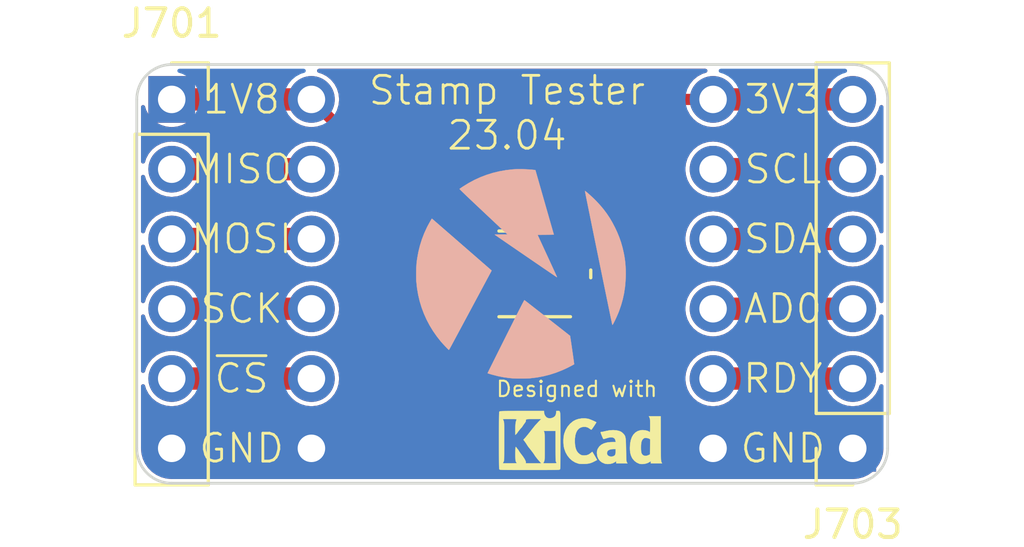
<source format=kicad_pcb>
(kicad_pcb (version 20221018) (generator pcbnew)
  (title_block (date "2022-10-07"))
  (layers (0 "F.Cu" jumper) (31 "B.Cu" signal) (34 "B.Paste" user) (35 "F.Paste" user) (36 "B.SilkS" user "B.Silkscreen") (37 "F.SilkS" user "F.Silkscreen") (38 "B.Mask" user) (39 "F.Mask" user) (44 "Edge.Cuts" user))
  (net 0 "")
  (net 2 "/Q_3V3")
  (net 3 "/Q_GND")
  (net 4 "/Q_1V8")
  (net 5 "/Q_MISO")
  (net 6 "/Q_MOSI")
  (net 7 "/Q_SCK")
  (net 8 "/Q_~{CS}")
  (net 9 "/Q_DRDY")
  (net 10 "/Q_AD0")
  (net 11 "/Q_SDA")
  (net 12 "/Q_SCL")
  (footprint "Connector_PinHeader_2.54mm:PinHeader_1x06_P2.54mm_Vertical" (layer "F.Cu") (at 203.835 120.65 180)
    (fp_text reference "J704" hide)
    (fp_text value "Conn_01x06_Pin" hide)
    (pad "1" thru_hole circle (at 0 0 180) (size 1.7 1.7) (drill 1) (layers "*.Cu" "*.Mask") (net 3 "/Q_GND"))
    (pad "2" thru_hole oval (at 0 2.54 180) (size 1.7 1.7) (drill 1) (layers "*.Cu" "*.Mask") (net 9 "/Q_DRDY"))
    (pad "3" thru_hole oval (at 0 5.08 180) (size 1.7 1.7) (drill 1) (layers "*.Cu" "*.Mask") (net 10 "/Q_AD0"))
    (pad "4" thru_hole oval (at 0 7.62 180) (size 1.7 1.7) (drill 1) (layers "*.Cu" "*.Mask") (net 11 "/Q_SDA"))
    (pad "5" thru_hole oval (at 0 10.16 180) (size 1.7 1.7) (drill 1) (layers "*.Cu" "*.Mask") (net 12 "/Q_SCL"))
    (pad "6" thru_hole oval (at 0 12.7 180) (size 1.7 1.7) (drill 1) (layers "*.Cu" "*.Mask") (net 2 "/Q_3V3"))
  )
  (footprint "Capacitor_SMD:C_0603_1608Metric" (layer "F.Cu") (at 199.898 114.3 90)
    (fp_text reference "C801" hide)
    (fp_text value "1uF" hide)
    (fp_line (start -0.14058 -0.51) (end 0.14058 -0.51) (stroke (width 0.12)) (layer "F.SilkS"))
    (fp_line (start -0.14058 0.51) (end 0.14058 0.51) (stroke (width 0.12)) (layer "F.SilkS"))
    (pad "1" smd roundrect (at -0.775 0 90) (size 0.9 0.95) (layers "F.Cu" "F.Paste" "F.Mask") (net 2 "/Q_3V3"))
    (pad "2" smd roundrect (at 0.775 0 90) (size 0.9 0.95) (layers "F.Cu" "F.Paste" "F.Mask") (net 3 "/Q_GND"))
  )
  (footprint "Connector_PinSocket_2.54mm:PinSocket_1x06_P2.54mm_Vertical" (layer "F.Cu") (at 208.915 120.65 180)
    (fp_text reference "J703" (at 0 -2.77 180) (layer "F.SilkS"))
    (fp_text value "Conn_01x06_Pin")
    (fp_line (start -1.33 1.27) (end -1.33 14.03) (stroke (width 0.12)) (layer "F.SilkS"))
    (fp_line (start -1.33 1.27) (end 1.33 1.27) (stroke (width 0.12)) (layer "F.SilkS"))
    (fp_line (start -1.33 14.03) (end 1.33 14.03) (stroke (width 0.12)) (layer "F.SilkS"))
    (fp_line (start 0 -1.33) (end 1.33 -1.33) (stroke (width 0.12)) (layer "F.SilkS"))
    (fp_line (start 1.33 -1.33) (end 1.33 0) (stroke (width 0.12)) (layer "F.SilkS"))
    (fp_line (start 1.33 1.27) (end 1.33 14.03) (stroke (width 0.12)) (layer "F.SilkS"))
    (pad "1" thru_hole rect (at 0 0 180) (size 1.7 1.7) (drill 1) (layers "*.Cu" "*.Mask") (net 3 "/Q_GND"))
    (pad "2" thru_hole oval (at 0 2.54 180) (size 1.7 1.7) (drill 1) (layers "*.Cu" "*.Mask") (net 9 "/Q_DRDY"))
    (pad "3" thru_hole oval (at 0 5.08 180) (size 1.7 1.7) (drill 1) (layers "*.Cu" "*.Mask") (net 10 "/Q_AD0"))
    (pad "4" thru_hole oval (at 0 7.62 180) (size 1.7 1.7) (drill 1) (layers "*.Cu" "*.Mask") (net 11 "/Q_SDA"))
    (pad "5" thru_hole oval (at 0 10.16 180) (size 1.7 1.7) (drill 1) (layers "*.Cu" "*.Mask") (net 12 "/Q_SCL"))
    (pad "6" thru_hole oval (at 0 12.7 180) (size 1.7 1.7) (drill 1) (layers "*.Cu" "*.Mask") (net 2 "/Q_3V3"))
  )
  (footprint "KwanSystems:OSHW-Symbol_4x3.6mm_SolderMask" (layer "F.Cu") (at 193.167 119.634)
    (fp_text reference "G703" hide)
    (fp_text value "OSHW" hide)
    (fp_poly (pts (xy 0.333488 -1.518641) (xy 0.383781 -1.251867) (xy 0.569352 -1.175368) (xy 0.754924 -1.098869) (xy 0.977548 -1.250252) (xy 1.039894 -1.292402) (xy 1.096252 -1.330037) (xy 1.143991 -1.361437) (xy 1.180482 -1.384886) (xy 1.203094 -1.398664) (xy 1.209253 -1.401635) (xy 1.220346 -1.393994) (xy 1.244052 -1.372871) (xy 1.277713 -1.340963) (xy 1.318672 -1.300969) (xy 1.364272 -1.255588) (xy 1.411855 -1.207517) (xy 1.458765 -1.159456) (xy 1.502344 -1.114102) (xy 1.539935 -1.074153) (xy 1.568882 -1.042309) (xy 1.586526 -1.021268) (xy 1.590745 -1.014226) (xy 1.584674 -1.001244) (xy 1.567655 -0.972803) (xy 1.541477 -0.931684) (xy 1.507931 -0.880671) (xy 1.468804 -0.822544) (xy 1.446131 -0.78939) (xy 1.404806 -0.728851) (xy 1.368084 -0.674221) (xy 1.337747 -0.628218) (xy 1.315577 -0.593563) (xy 1.303355 -0.572974) (xy 1.301518 -0.568648) (xy 1.305682 -0.556351) (xy 1.317031 -0.527692) (xy 1.333852 -0.486701) (xy 1.354435 -0.437407) (xy 1.377065 -0.383838) (xy 1.400032 -0.330025) (xy 1.421622 -0.279997) (xy 1.440124 -0.237784) (xy 1.453823 -0.207414) (xy 1.46101 -0.192917) (xy 1.461434 -0.192347) (xy 1.472719 -0.189578) (xy 1.502771 -0.183403) (xy 1.548476 -0.174428) (xy 1.606719 -0.163259) (xy 1.674386 -0.150505) (xy 1.713865 -0.143149) (xy 1.78617 -0.129383) (xy 1.851478 -0.116283) (xy 1.906486 -0.104567) (xy 1.947889 -0.094951) (xy 1.972382 -0.088153) (xy 1.977307 -0.085996) (xy 1.982129 -0.071396) (xy 1.98602 -0.038425) (xy 1.988982 0.009065) (xy 1.991018 0.067216) (xy 1.992131 0.132172) (xy 1.992323 0.200079) (xy 1.991596 0.267081) (xy 1.989954 0.329321) (xy 1.987399 0.382945) (xy 1.983933 0.424096) (xy 1.97956 0.448918) (xy 1.976937 0.454086) (xy 1.961258 0.46028) (xy 1.928036 0.469135) (xy 1.881664 0.479611) (xy 1.826538 0.490668) (xy 1.807295 0.494245) (xy 1.714514 0.51124) (xy 1.641225 0.524926) (xy 1.585004 0.535848) (xy 1.54343 0.54455) (xy 1.514083 0.551575) (xy 1.494538 0.557469) (xy 1.482377 0.562774) (xy 1.475176 0.568034) (xy 1.474168 0.569074) (xy 1.46411 0.585823) (xy 1.448768 0.618417) (xy 1.429673 0.662866) (xy 1.408356 0.715179) (xy 1.38635 0.771365) (xy 1.365187 0.827431) (xy 1.346398 0.879388) (xy 1.331516 0.923244) (xy 1.322072 0.955007) (xy 1.319599 0.970687) (xy 1.319806 0.971236) (xy 1.328185 0.984052) (xy 1.347193 1.01225) (xy 1.374835 1.052896) (xy 1.409111 1.103054) (xy 1.448024 1.159789) (xy 1.459106 1.175912) (xy 1.498619 1.234365) (xy 1.53339 1.287698) (xy 1.561523 1.332847) (xy 1.581124 1.366752) (xy 1.5903 1.386349) (xy 1.590745 1.388756) (xy 1.583035 1.40141) (xy 1.561733 1.426478) (xy 1.529576 1.461267) (xy 1.489303 1.503081) (xy 1.443652 1.549227) (xy 1.395362 1.59701) (xy 1.347172 1.643737) (xy 1.301819 1.686712) (xy 1.262043 1.723242) (xy 1.230581 1.750633) (xy 1.210173 1.76619) (xy 1.204527 1.76873) (xy 1.191386 1.762747) (xy 1.16448 1.746612) (xy 1.128193 1.723042) (xy 1.100273 1.70407) (xy 1.049685 1.669259) (xy 0.989776 1.62827) (xy 0.929684 1.587347) (xy 0.897376 1.565445) (xy 0.788023 1.49148) (xy 0.696229 1.541112) (xy 0.654409 1.562855) (xy 0.618848 1.579756) (xy 0.594787 1.589395) (xy 0.588662 1.590736) (xy 0.581297 1.580833) (xy 0.566768 1.552849) (xy 0.546158 1.509365) (xy 0.520553 1.452964) (xy 0.491036 1.386224) (xy 0.458694 1.311729) (xy 0.42461 1.232059) (xy 0.389869 1.149796) (xy 0.355556 1.067521) (xy 0.322754 0.987815) (xy 0.29255 0.913259) (xy 0.266028 0.846435) (xy 0.244271 0.789923) (xy 0.228365 0.746306) (xy 0.219395 0.718165) (xy 0.217952 0.7085) (xy 0.229387 0.696172) (xy 0.254422 0.67616) (xy 0.287824 0.652621) (xy 0.290627 0.650759) (xy 0.376958 0.581654) (xy 0.44657 0.501032) (xy 0.498858 0.41147) (xy 0.533219 0.315548) (xy 0.549052 0.215842) (xy 0.545751 0.114931) (xy 0.522714 0.015393) (xy 0.479337 -0.080195) (xy 0.466576 -0.101108) (xy 0.400198 -0.185558) (xy 0.321781 -0.253372) (xy 0.234038 -0.304198) (xy 0.139685 -0.337684) (xy 0.041434 -0.353476) (xy -0.058 -0.351222) (xy -0.155903 -0.33057) (xy -0.249561 -0.291166) (xy -0.33626 -0.232659) (xy -0.363079 -0.208912) (xy -0.431333 -0.134578) (xy -0.481069 -0.056326) (xy -0.515186 0.031389) (xy -0.534188 0.118253) (xy -0.538879 0.215916) (xy -0.523237 0.314064) (xy -0.488853 0.409379) (xy -0.437314 0.498544) (xy -0.370208 0.578241) (xy -0.289126 0.645154) (xy -0.27847 0.652207) (xy -0.24471 0.675305) (xy -0.219046 0.695318) (xy -0.206777 0.708096) (xy -0.206599 0.7085) (xy -0.209233 0.722323) (xy -0.219674 0.753694) (xy -0.236839 0.800034) (xy -0.259641 0.858761) (xy -0.286996 0.927295) (xy -0.317818 1.003055) (xy -0.351023 1.08346) (xy -0.385525 1.165931) (xy -0.420239 1.247885) (xy -0.454081 1.326742) (xy -0.485965 1.399923) (xy -0.514806 1.464845) (xy -0.539519 1.518929) (xy -0.559019 1.559594) (xy -0.572222 1.584258) (xy -0.577538 1.590736) (xy -0.593784 1.585691) (xy -0.624182 1.572163) (xy -0.66349 1.552568) (xy -0.685105 1.541112) (xy -0.776899 1.49148) (xy -0.886253 1.565445) (xy -0.942075 1.603337) (xy -1.003191 1.645036) (xy -1.060463 1.684299) (xy -1.08915 1.70407) (xy -1.129497 1.731164) (xy -1.163662 1.752634) (xy -1.187188 1.765763) (xy -1.194829 1.768538) (xy -1.20595 1.761051) (xy -1.230565 1.740151) (xy -1.266285 1.708007) (xy -1.310725 1.66679) (xy -1.361499 1.618669) (xy -1.393611 1.587772) (xy -1.449791 1.532572) (xy -1.498345 1.483199) (xy -1.537306 1.441767) (xy -1.564715 1.410386) (xy -1.578607 1.39117) (xy -1.579939 1.38727) (xy -1.573754 1.372436) (xy -1.556663 1.342443) (xy -1.530562 1.300327) (xy -1.497346 1.249125) (xy -1.458912 1.191874) (xy -1.447982 1.175912) (xy -1.408156 1.1179) (xy -1.372427 1.06567) (xy -1.34279 1.022157) (xy -1.321245 0.990296) (xy -1.309789 0.973022) (xy -1.308682 0.971236) (xy -1.310337 0.957469) (xy -1.319123 0.927202) (xy -1.333508 0.884425) (xy -1.35196 0.833128) (xy -1.372946 0.777304) (xy -1.394936 0.720944) (xy -1.416397 0.668039) (xy -1.435796 0.62258) (xy -1.451603 0.588559) (xy -1.462285 0.569966) (xy -1.463044 0.569074) (xy -1.469576 0.563761) (xy -1.480609 0.558506) (xy -1.498564 0.552766) (xy -1.525862 0.545998) (xy -1.564925 0.537656) (xy -1.618177 0.527198) (xy -1.688036 0.514079) (xy -1.776925 0.497755) (xy -1.796171 0.494245) (xy -1.853212 0.483224) (xy -1.902939 0.472443) (xy -1.940958 0.462941) (xy -1.962875 0.45576) (xy -1.965814 0.454086) (xy -1.970656 0.439243) (xy -1.974592 0.406074) (xy -1.97762 0.358433) (xy -1.979735 0.300178) (xy -1.980937 0.235163) (xy -1.981222 0.167244) (xy -1.980586 0.100277) (xy -1.979029 0.038117) (xy -1.976548 -0.015379) (xy -1.973138 -0.056357) (xy -1.968799 -0.08096) (xy -1.966183 -0.085996) (xy -1.951619 -0.091075) (xy -1.918456 -0.099339) (xy -1.869997 -0.11007) (xy -1.809547 -0.122551) (xy -1.74041 -0.136066) (xy -1.702741 -0.143149) (xy -1.631272 -0.156509) (xy -1.567539 -0.168613) (xy -1.514656 -0.178851) (xy -1.47574 -0.186619) (xy -1.453904 -0.191307) (xy -1.45031 -0.192347) (xy -1.444237 -0.204066) (xy -1.431397 -0.232294) (xy -1.413503 -0.272998) (xy -1.392267 -0.322145) (xy -1.369399 -0.375703) (xy -1.346612 -0.429639) (xy -1.325616 -0.479919) (xy -1.308124 -0.522512) (xy -1.295846 -0.553384) (xy -1.290494 -0.568502) (xy -1.290394 -0.569162) (xy -1.296461 -0.581089) (xy -1.31347 -0.608534) (xy -1.339634 -0.64877) (xy -1.373164 -0.69907) (xy -1.412272 -0.756704) (xy -1.435007 -0.78981) (xy -1.476435 -0.850511) (xy -1.51323 -0.905622) (xy -1.543598 -0.952354) (xy -1.565743 -0.987919) (xy -1.577869 -1.009529) (xy -1.579621 -1.014374) (xy -1.572092 -1.02565) (xy -1.551278 -1.049726) (xy -1.519838 -1.083904) (xy -1.48043 -1.125489) (xy -1.435714 -1.171781) (xy -1.388348 -1.220085) (xy -1.34099 -1.267702) (xy -1.2963 -1.311936) (xy -1.256936 -1.350089) (xy -1.225558 -1.379464) (xy -1.204823 -1.397363) (xy -1.197887 -1.401635) (xy -1.186592 -1.395628) (xy -1.159579 -1.378753) (xy -1.119472 -1.352728) (xy -1.068899 -1.319269) (xy -1.010486 -1.280096) (xy -0.966424 -1.250252) (xy -0.7438 -1.098869) (xy -0.372657 -1.251867) (xy -0.322365 -1.518641) (xy -0.272072 -1.785416) (xy 0.283196 -1.785416) (xy 0.333488 -1.518641)) (stroke (width 0.01)) (fill solid) (layer "F.Cu"))
  )
  (footprint "Capacitor_SMD:C_0603_1608Metric" (layer "F.Cu") (at 193.802 114.3 90)
    (fp_text reference "C805" hide)
    (fp_text value "1uF" hide)
    (fp_line (start -0.14058 -0.51) (end 0.14058 -0.51) (stroke (width 0.12)) (layer "F.SilkS"))
    (fp_line (start -0.14058 0.51) (end 0.14058 0.51) (stroke (width 0.12)) (layer "F.SilkS"))
    (pad "1" smd roundrect (at -0.775 0 90) (size 0.9 0.95) (layers "F.Cu" "F.Paste" "F.Mask") (net 4 "/Q_1V8"))
    (pad "2" smd roundrect (at 0.775 0 90) (size 0.9 0.95) (layers "F.Cu" "F.Paste" "F.Mask") (net 3 "/Q_GND"))
  )
  (footprint "Connector_PinHeader_2.54mm:PinHeader_1x06_P2.54mm_Vertical" (layer "F.Cu") (at 189.23 107.95)
    (fp_text reference "J702" hide)
    (fp_text value "Conn_01x06_Pin" hide)
    (pad "1" thru_hole circle (at 0 0) (size 1.7 1.7) (drill 1) (layers "*.Cu" "*.Mask") (net 4 "/Q_1V8"))
    (pad "2" thru_hole oval (at 0 2.54) (size 1.7 1.7) (drill 1) (layers "*.Cu" "*.Mask") (net 5 "/Q_MISO"))
    (pad "3" thru_hole oval (at 0 5.08) (size 1.7 1.7) (drill 1) (layers "*.Cu" "*.Mask") (net 6 "/Q_MOSI"))
    (pad "4" thru_hole oval (at 0 7.62) (size 1.7 1.7) (drill 1) (layers "*.Cu" "*.Mask") (net 7 "/Q_SCK"))
    (pad "5" thru_hole oval (at 0 10.16) (size 1.7 1.7) (drill 1) (layers "*.Cu" "*.Mask") (net 8 "/Q_~{CS}"))
    (pad "6" thru_hole oval (at 0 12.7) (size 1.7 1.7) (drill 1) (layers "*.Cu" "*.Mask") (net 3 "/Q_GND"))
  )
  (footprint "Connector_PinSocket_2.54mm:PinSocket_1x06_P2.54mm_Vertical" (layer "F.Cu") (at 184.15 107.95)
    (fp_text reference "J701" (at 0 -2.77) (layer "F.SilkS"))
    (fp_text value "Conn_01x06_Pin")
    (fp_line (start -1.33 1.27) (end -1.33 14.03) (stroke (width 0.12)) (layer "F.SilkS"))
    (fp_line (start -1.33 1.27) (end 1.33 1.27) (stroke (width 0.12)) (layer "F.SilkS"))
    (fp_line (start -1.33 14.03) (end 1.33 14.03) (stroke (width 0.12)) (layer "F.SilkS"))
    (fp_line (start 0 -1.33) (end 1.33 -1.33) (stroke (width 0.12)) (layer "F.SilkS"))
    (fp_line (start 1.33 -1.33) (end 1.33 0) (stroke (width 0.12)) (layer "F.SilkS"))
    (fp_line (start 1.33 1.27) (end 1.33 14.03) (stroke (width 0.12)) (layer "F.SilkS"))
    (pad "1" thru_hole rect (at 0 0) (size 1.7 1.7) (drill 1) (layers "*.Cu" "*.Mask") (net 4 "/Q_1V8"))
    (pad "2" thru_hole oval (at 0 2.54) (size 1.7 1.7) (drill 1) (layers "*.Cu" "*.Mask") (net 5 "/Q_MISO"))
    (pad "3" thru_hole oval (at 0 5.08) (size 1.7 1.7) (drill 1) (layers "*.Cu" "*.Mask") (net 6 "/Q_MOSI"))
    (pad "4" thru_hole oval (at 0 7.62) (size 1.7 1.7) (drill 1) (layers "*.Cu" "*.Mask") (net 7 "/Q_SCK"))
    (pad "5" thru_hole oval (at 0 10.16) (size 1.7 1.7) (drill 1) (layers "*.Cu" "*.Mask") (net 8 "/Q_~{CS}"))
    (pad "6" thru_hole oval (at 0 12.7) (size 1.7 1.7) (drill 1) (layers "*.Cu" "*.Mask") (net 3 "/Q_GND"))
  )
  (footprint "Package_TO_SOT_SMD:SOT-23-5" (layer "F.Cu") (at 196.85 114.3 180)
    (fp_text reference "U801" hide)
    (fp_text value "TCR2EF 1.8V" hide)
    (fp_line (start 0 -1.56) (end -1.8 -1.56) (stroke (width 0.12)) (layer "F.SilkS"))
    (fp_line (start 0 -1.56) (end 0.8 -1.56) (stroke (width 0.12)) (layer "F.SilkS"))
    (fp_line (start 0 1.56) (end -0.8 1.56) (stroke (width 0.12)) (layer "F.SilkS"))
    (fp_line (start 0 1.56) (end 0.8 1.56) (stroke (width 0.12)) (layer "F.SilkS"))
    (pad "1" smd roundrect (at -1.1375 -0.95 180) (size 1.325 0.6) (layers "F.Cu" "F.Paste" "F.Mask") (net 2 "/Q_3V3"))
    (pad "2" smd roundrect (at -1.1375 0 180) (size 1.325 0.6) (layers "F.Cu" "F.Paste" "F.Mask") (net 3 "/Q_GND"))
    (pad "3" smd roundrect (at -1.1375 0.95 180) (size 1.325 0.6) (layers "F.Cu" "F.Paste" "F.Mask") (net 2 "/Q_3V3"))
    (pad "4" smd roundrect (at 1.1375 0.95 180) (size 1.325 0.6) (layers "F.Cu" "F.Paste" "F.Mask"))
    (pad "5" smd roundrect (at 1.1375 -0.95 180) (size 1.325 0.6) (layers "F.Cu" "F.Paste" "F.Mask") (net 4 "/Q_1V8"))
  )
  (footprint "KwanSystems:Symbol_KiCAD-Logo_CopperAndSilkScreenTop_small" (layer "F.Cu") (at 199.009 120.269)
    (fp_text reference "G702" hide)
    (fp_text value "Designed with" (at -0.127 -1.778) (layer "F.SilkS") (effects (font (size 0.5588 0.5588) (thickness 0.0762))))
    (fp_poly (pts (xy -1.022029 -1.13702) (xy -0.963228 -1.103803) (xy -0.916489 -1.052478) (xy -0.894594 -1.009438) (xy -0.879289 -0.940193) (xy -0.88384 -0.871205) (xy -0.907514 -0.810458) (xy -0.913706 -0.801075) (xy -0.958926 -0.757296) (xy -1.018364 -0.727224) (xy -1.084834 -0.712291) (xy -1.151144 -0.713933) (xy -1.210105 -0.733584) (xy -1.220497 -0.739878) (xy -1.261632 -0.779303) (xy -1.295543 -0.833615) (xy -1.316627 -0.892353) (xy -1.3208 -0.927101) (xy -1.311163 -0.981713) (xy -1.285905 -1.038945) (xy -1.250509 -1.088421) (xy -1.222679 -1.112853) (xy -1.15657 -1.143062) (xy -1.088082 -1.150612) (xy -1.022029 -1.13702)) (stroke (width 0.01)) (fill solid) (layer "F.Cu"))
    (fp_poly (pts (xy -0.9017 0.296023) (xy -0.90159 0.431764) (xy -0.901209 0.544309) (xy -0.900487 0.635861) (xy -0.899353 0.70862) (xy -0.897735 0.764792) (xy -0.895561 0.806578) (xy -0.89276 0.83618) (xy -0.889261 0.855802) (xy -0.884992 0.867646) (xy -0.883054 0.870698) (xy -0.869911 0.889472) (xy -0.864555 0.903543) (xy -0.869645 0.913587) (xy -0.887844 0.920282) (xy -0.921812 0.924303) (xy -0.974211 0.926327) (xy -1.047701 0.92703) (xy -1.1049 0.9271) (xy -1.180041 0.926758) (xy -1.245637 0.925804) (xy -1.297787 0.924351) (xy -1.332591 0.922509) (xy -1.346148 0.920388) (xy -1.3462 0.920244) (xy -1.340923 0.905727) (xy -1.327637 0.877255) (xy -1.3208 0.8636) (xy -1.314367 0.84988) (xy -1.309121 0.834697) (xy -1.30494 0.81546) (xy -1.301705 0.789578) (xy -1.299295 0.754459) (xy -1.297589 0.707514) (xy -1.296468 0.646151) (xy -1.29581 0.56778) (xy -1.295495 0.469809) (xy -1.295403 0.349648) (xy -1.2954 0.317375) (xy -1.295527 0.188635) (xy -1.295965 0.082875) (xy -1.296802 -0.002325) (xy -1.298126 -0.069381) (xy -1.300025 -0.120715) (xy -1.302587 -0.158744) (xy -1.305899 -0.185887) (xy -1.310049 -0.204564) (xy -1.314777 -0.216531) (xy -1.334153 -0.254) (xy -0.9017 -0.254) (xy -0.9017 0.296023)) (stroke (width 0.01)) (fill solid) (layer "F.Cu"))
    (fp_poly (pts (xy -1.693127 -0.6858) (xy -1.420471 -0.6858) (xy -1.519861 -0.585107) (xy -1.684715 -0.403655) (xy -1.791925 -0.266593) (xy -1.831149 -0.2148) (xy -1.878428 -0.154736) (xy -1.928475 -0.092899) (xy -1.976001 -0.035791) (xy -2.015717 0.010091) (xy -2.028266 0.02388) (xy -2.068982 0.067606) (xy -2.034003 0.113178) (xy -1.966282 0.207802) (xy -1.922511 0.277525) (xy -1.895076 0.318643) (xy -1.864438 0.358306) (xy -1.861864 0.361304) (xy -1.827389 0.402791) (xy -1.787127 0.454069) (xy -1.745529 0.509144) (xy -1.707049 0.562024) (xy -1.676141 0.606713) (xy -1.658312 0.635274) (xy -1.640772 0.661798) (xy -1.611507 0.701031) (xy -1.57559 0.746626) (xy -1.538093 0.792236) (xy -1.504086 0.831516) (xy -1.4859 0.85101) (xy -1.473956 0.864041) (xy -1.452819 0.887703) (xy -1.448762 0.892285) (xy -1.417973 0.9271) (xy -1.9812 0.9271) (xy -1.9812 0.887962) (xy -1.989582 0.849698) (xy -2.013196 0.797075) (xy -2.049754 0.73412) (xy -2.09696 0.664858) (xy -2.140729 0.607767) (xy -2.176366 0.561657) (xy -2.209027 0.516135) (xy -2.232612 0.479768) (xy -2.235665 0.474417) (xy -2.255686 0.441217) (xy -2.273329 0.417142) (xy -2.277651 0.41275) (xy -2.294931 0.393408) (xy -2.315043 0.365125) (xy -2.333887 0.341047) (xy -2.349143 0.330244) (xy -2.349793 0.3302) (xy -2.354231 0.342546) (xy -2.357791 0.378191) (xy -2.360368 0.435046) (xy -2.361859 0.511022) (xy -2.3622 0.578481) (xy -2.361858 0.668132) (xy -2.360653 0.736135) (xy -2.358313 0.786238) (xy -2.354569 0.822185) (xy -2.349151 0.847722) (xy -2.34179 0.866594) (xy -2.341378 0.867406) (xy -2.323642 0.897246) (xy -2.307889 0.916309) (xy -2.306453 0.917381) (xy -2.314202 0.920162) (xy -2.343877 0.922631) (xy -2.392007 0.924656) (xy -2.455121 0.926104) (xy -2.529745 0.926841) (xy -2.555603 0.926906) (xy -2.818856 0.9271) (xy -2.804016 0.892175) (xy -2.78993 0.862879) (xy -2.778888 0.845185) (xy -2.776972 0.830571) (xy -2.775172 0.792891) (xy -2.773521 0.734476) (xy -2.772052 0.657659) (xy -2.770801 0.564773) (xy -2.769798 0.458151) (xy -2.769079 0.340126) (xy -2.768677 0.21303) (xy -2.768601 0.127145) (xy -2.76863 -0.024845) (xy -2.768765 -0.153544) (xy -2.769077 -0.261063) (xy -2.769637 -0.349511) (xy -2.770516 -0.420998) (xy -2.771784 -0.477634) (xy -2.773512 -0.521528) (xy -2.775772 -0.55479) (xy -2.778634 -0.57953) (xy -2.782169 -0.597857) (xy -2.786448 -0.611882) (xy -2.791542 -0.623713) (xy -2.794001 -0.628651) (xy -2.809378 -0.659566) (xy -2.818405 -0.67917) (xy -2.819401 -0.682136) (xy -2.807333 -0.683247) (xy -2.773656 -0.684222) (xy -2.722164 -0.685008) (xy -2.656647 -0.68555) (xy -2.580898 -0.685793) (xy -2.564042 -0.6858) (xy -2.47747 -0.685668) (xy -2.413186 -0.685085) (xy -2.368077 -0.683768) (xy -2.339032 -0.681439) (xy -2.322938 -0.677814) (xy -2.316684 -0.672614) (xy -2.317157 -0.665558) (xy -2.317918 -0.663575) (xy -2.334598 -0.619164) (xy -2.346631 -0.57491) (xy -2.35471 -0.52543) (xy -2.359529 -0.46534) (xy -2.36178 -0.389256) (xy -2.3622 -0.319456) (xy -2.362201 -0.109548) (xy -2.324101 -0.14605) (xy -2.300294 -0.171222) (xy -2.287003 -0.189861) (xy -2.286 -0.193259) (xy -2.278432 -0.206225) (xy -2.258686 -0.232936) (xy -2.231206 -0.267928) (xy -2.200434 -0.305736) (xy -2.170812 -0.340896) (xy -2.146781 -0.367943) (xy -2.133381 -0.381) (xy -2.12222 -0.394633) (xy -2.103032 -0.422685) (xy -2.089099 -0.4445) (xy -2.059998 -0.488351) (xy -2.028525 -0.531651) (xy -2.017351 -0.545819) (xy -1.994994 -0.579132) (xy -1.982296 -0.609679) (xy -1.9812 -0.617805) (xy -1.980939 -0.639662) (xy -1.978105 -0.656249) (xy -1.969619 -0.668294) (xy -1.952406 -0.676523) (xy -1.923387 -0.681662) (xy -1.879486 -0.684437) (xy -1.817625 -0.685575) (xy -1.734728 -0.685802) (xy -1.693127 -0.6858)) (stroke (width 0.01)) (fill solid) (layer "F.Cu"))
    (fp_poly (pts (xy 0.272338 -0.69683) (xy 0.292956 -0.691929) (xy 0.32844 -0.680586) (xy 0.376087 -0.662519) (xy 0.429761 -0.640407) (xy 0.483327 -0.616927) (xy 0.530649 -0.594757) (xy 0.565593 -0.576575) (xy 0.581032 -0.566201) (xy 0.576187 -0.554709) (xy 0.560018 -0.527246) (xy 0.535732 -0.488675) (xy 0.506537 -0.443856) (xy 0.475641 -0.397653) (xy 0.446251 -0.354925) (xy 0.421576 -0.320535) (xy 0.405339 -0.299921) (xy 0.391118 -0.301188) (xy 0.365041 -0.316333) (xy 0.343204 -0.333344) (xy 0.270649 -0.379387) (xy 0.188244 -0.402221) (xy 0.109049 -0.402858) (xy 0.023699 -0.382549) (xy -0.048371 -0.340937) (xy -0.106878 -0.278538) (xy -0.151541 -0.19587) (xy -0.182079 -0.093452) (xy -0.19821 0.028201) (xy -0.199787 0.1651) (xy -0.189067 0.288913) (xy -0.166508 0.391871) (xy -0.131185 0.476053) (xy -0.082172 0.54354) (xy -0.018542 0.596413) (xy -0.003711 0.605576) (xy 0.034887 0.625708) (xy 0.070619 0.636438) (xy 0.114514 0.640338) (xy 0.14605 0.640505) (xy 0.225909 0.632677) (xy 0.295274 0.608696) (xy 0.362313 0.565307) (xy 0.387423 0.544332) (xy 0.414546 0.522081) (xy 0.432707 0.510112) (xy 0.436528 0.509485) (xy 0.447608 0.526144) (xy 0.467249 0.558167) (xy 0.492615 0.600674) (xy 0.520872 0.648788) (xy 0.549183 0.697629) (xy 0.574716 0.742318) (xy 0.594633 0.777978) (xy 0.606101 0.79973) (xy 0.607727 0.80409) (xy 0.595109 0.810777) (xy 0.566172 0.826127) (xy 0.527031 0.846893) (xy 0.524729 0.848115) (xy 0.443574 0.888306) (xy 0.372106 0.915964) (xy 0.301136 0.933493) (xy 0.221474 0.943297) (xy 0.14605 0.94717) (xy 0.049643 0.947785) (xy -0.026375 0.943057) (xy -0.071782 0.935283) (xy -0.1879 0.892859) (xy -0.294421 0.828359) (xy -0.389317 0.743953) (xy -0.470561 0.641812) (xy -0.536124 0.524105) (xy -0.583978 0.393003) (xy -0.586226 0.384816) (xy -0.604375 0.291513) (xy -0.613828 0.18446) (xy -0.614589 0.072629) (xy -0.606666 -0.035009) (xy -0.590064 -0.12948) (xy -0.585852 -0.145478) (xy -0.53497 -0.282283) (xy -0.463634 -0.405266) (xy -0.373098 -0.512674) (xy -0.264615 -0.602753) (xy -0.254 -0.609959) (xy -0.165178 -0.656248) (xy -0.061151 -0.689126) (xy 0.051099 -0.707547) (xy 0.164589 -0.710464) (xy 0.272338 -0.69683)) (stroke (width 0.01)) (fill solid) (layer "F.SilkS"))
    (fp_poly (pts (xy 2.923732 0.028575) (xy 2.924503 0.193526) (xy 2.925283 0.334991) (xy 2.926131 0.454881) (xy 2.927104 0.55511) (xy 2.928262 0.637591) (xy 2.929661 0.704236) (xy 2.931362 0.756959) (xy 2.933422 0.797673) (xy 2.9359 0.82829) (xy 2.938854 0.850724) (xy 2.942342 0.866887) (xy 2.946423 0.878693) (xy 2.949901 0.885825) (xy 2.972452 0.9271) (xy 2.5654 0.9271) (xy 2.5654 0.889) (xy 2.563721 0.862226) (xy 2.559676 0.850902) (xy 2.559614 0.8509) (xy 2.546555 0.857392) (xy 2.520363 0.873769) (xy 2.506952 0.882711) (xy 2.440802 0.916324) (xy 2.360969 0.939795) (xy 2.276511 0.951669) (xy 2.196489 0.950492) (xy 2.1463 0.940624) (xy 2.054269 0.89997) (xy 1.971705 0.8391) (xy 1.904259 0.762755) (xy 1.873578 0.711847) (xy 1.839866 0.633015) (xy 1.817928 0.549976) (xy 1.806357 0.455702) (xy 1.803621 0.362457) (xy 1.804001 0.3556) (xy 2.204068 0.3556) (xy 2.206317 0.443448) (xy 2.213125 0.510207) (xy 2.225739 0.559975) (xy 2.245406 0.596846) (xy 2.273376 0.624916) (xy 2.289508 0.636085) (xy 2.342711 0.655082) (xy 2.405572 0.653588) (xy 2.473102 0.631864) (xy 2.48525 0.625887) (xy 2.53365 0.600779) (xy 2.537071 0.326244) (xy 2.540493 0.051708) (xy 2.506946 0.029727) (xy 2.47518 0.016354) (xy 2.430334 0.006022) (xy 2.401317 0.002533) (xy 2.357128 0.000985) (xy 2.327646 0.006048) (xy 2.302493 0.020342) (xy 2.289464 0.030784) (xy 2.255792 0.067584) (xy 2.231332 0.115369) (xy 2.215171 0.177617) (xy 2.206394 0.257806) (xy 2.204068 0.3556) (xy 1.804001 0.3556) (xy 1.811838 0.214483) (xy 1.835771 0.084567) (xy 1.875086 -0.026746) (xy 1.929445 -0.11891) (xy 1.998513 -0.191382) (xy 2.081953 -0.243616) (xy 2.17943 -0.275068) (xy 2.199085 -0.278583) (xy 2.256852 -0.282713) (xy 2.320532 -0.279286) (xy 2.383831 -0.269574) (xy 2.440456 -0.25485) (xy 2.484114 -0.236388) (xy 2.508131 -0.216093) (xy 2.518564 -0.203859) (xy 2.526585 -0.206404) (xy 2.532463 -0.225672) (xy 2.536462 -0.263606) (xy 2.538851 -0.32215) (xy 2.539897 -0.403247) (xy 2.54 -0.448165) (xy 2.539739 -0.535214) (xy 2.538735 -0.600892) (xy 2.536656 -0.649225) (xy 2.533172 -0.684241) (xy 2.527951 -0.709964) (xy 2.520661 -0.730421) (xy 2.515969 -0.740265) (xy 2.491938 -0.7874) (xy 2.920114 -0.7874) (xy 2.923732 0.028575)) (stroke (width 0.01)) (fill solid) (layer "F.SilkS"))
    (fp_poly (pts (xy 1.31381 -0.273821) (xy 1.401788 -0.253868) (xy 1.461257 -0.231553) (xy 1.507549 -0.203611) (xy 1.54889 -0.16682) (xy 1.575459 -0.139406) (xy 1.597198 -0.113586) (xy 1.614646 -0.086504) (xy 1.628338 -0.055307) (xy 1.638812 -0.017139) (xy 1.646605 0.030855) (xy 1.652252 0.091529) (xy 1.656293 0.167738) (xy 1.659262 0.262335) (xy 1.661697 0.378178) (xy 1.662775 0.438739) (xy 1.664904 0.554717) (xy 1.666965 0.648026) (xy 1.669138 0.721393) (xy 1.671602 0.777548) (xy 1.674534 0.819219) (xy 1.678116 0.849135) (xy 1.682525 0.870025) (xy 1.68794 0.884617) (xy 1.692568 0.892764) (xy 1.715086 0.9271) (xy 1.309709 0.9271) (xy 1.30175 0.850349) (xy 1.252051 0.884242) (xy 1.173973 0.923627) (xy 1.083546 0.946589) (xy 0.988648 0.952069) (xy 0.897155 0.939006) (xy 0.880417 0.934218) (xy 0.787215 0.893056) (xy 0.71176 0.834293) (xy 0.655326 0.759661) (xy 0.619188 0.670893) (xy 0.604618 0.569722) (xy 0.604394 0.5588) (xy 0.604726 0.544273) (xy 0.968854 0.544273) (xy 0.970982 0.588942) (xy 0.976045 0.604251) (xy 1.007389 0.644545) (xy 1.054862 0.671741) (xy 1.111664 0.683676) (xy 1.170998 0.678189) (xy 1.189798 0.672254) (xy 1.233392 0.651484) (xy 1.261212 0.625183) (xy 1.276447 0.58764) (xy 1.282283 0.533145) (xy 1.2827 0.505786) (xy 1.2827 0.4064) (xy 1.199742 0.4064) (xy 1.117874 0.413912) (xy 1.048564 0.435367) (xy 1.000838 0.465778) (xy 0.979535 0.499149) (xy 0.968854 0.544273) (xy 0.604726 0.544273) (xy 0.605702 0.501637) (xy 0.612526 0.457987) (xy 0.627275 0.416156) (xy 0.638941 0.391108) (xy 0.691112 0.312818) (xy 0.763302 0.249879) (xy 0.855185 0.202439) (xy 0.966431 0.170646) (xy 1.096713 0.154648) (xy 1.166897 0.152621) (xy 1.286044 0.1524) (xy 1.279098 0.100614) (xy 1.261131 0.04398) (xy 1.225172 0.004754) (xy 1.171862 -0.016919) (xy 1.101844 -0.020889) (xy 1.015758 -0.00701) (xy 0.927255 0.020072) (xy 0.885026 0.033707) (xy 0.852529 0.041187) (xy 0.836598 0.040954) (xy 0.836431 0.040795) (xy 0.827638 0.024936) (xy 0.81259 -0.008044) (xy 0.793951 -0.051628) (xy 0.774387 -0.099298) (xy 0.756561 -0.144538) (xy 0.74314 -0.18083) (xy 0.736788 -0.201658) (xy 0.7366 -0.203349) (xy 0.747495 -0.212692) (xy 0.769224 -0.2159) (xy 0.795016 -0.218982) (xy 0.838425 -0.227288) (xy 0.892552 -0.239413) (xy 0.931149 -0.248914) (xy 1.064048 -0.27432) (xy 1.193388 -0.282641) (xy 1.31381 -0.273821)) (stroke (width 0.01)) (fill solid) (layer "F.SilkS"))
    (fp_poly (pts (xy -0.774319 -0.978651) (xy -0.763423 -0.975012) (xy -0.754207 -0.96679) (xy -0.746533 -0.952402) (xy -0.74026 -0.930263) (xy -0.735248 -0.898791) (xy -0.731359 -0.856403) (xy -0.728452 -0.801515) (xy -0.726389 -0.732543) (xy -0.725029 -0.647905) (xy -0.724233 -0.546016) (xy -0.723862 -0.425295) (xy -0.723775 -0.284157) (xy -0.723834 -0.121018) (xy -0.723899 0.065704) (xy -0.7239 0.09525) (xy -0.723939 0.282942) (xy -0.724076 0.446856) (xy -0.724341 0.588611) (xy -0.724766 0.709829) (xy -0.72538 0.812131) (xy -0.726216 0.897137) (xy -0.727303 0.96647) (xy -0.728672 1.021748) (xy -0.730354 1.064594) (xy -0.73238 1.096629) (xy -0.73478 1.119472) (xy -0.737585 1.134746) (xy -0.740826 1.144071) (xy -0.743858 1.148443) (xy -0.749396 1.151996) (xy -0.7595 1.155107) (xy -0.775755 1.157803) (xy -0.799749 1.160115) (xy -0.833067 1.16207) (xy -0.877295 1.163698) (xy -0.93402 1.165028) (xy -1.004828 1.166088) (xy -1.091305 1.166907) (xy -1.195038 1.167514) (xy -1.317612 1.167938) (xy -1.460615 1.168208) (xy -1.625631 1.168352) (xy -1.814248 1.168399) (xy -1.841501 1.1684) (xy -2.033412 1.168363) (xy -2.20151 1.168234) (xy -2.347381 1.167983) (xy -2.47261 1.167581) (xy -2.578784 1.167) (xy -2.66749 1.166211) (xy -2.740313 1.165186) (xy -2.798839 1.163894) (xy -2.844656 1.162308) (xy -2.879349 1.160398) (xy -2.904504 1.158136) (xy -2.921708 1.155493) (xy -2.932547 1.15244) (xy -2.938607 1.148948) (xy -2.939143 1.148443) (xy -2.942768 1.142814) (xy -2.945931 1.132576) (xy -2.948664 1.11611) (xy -2.950997 1.091793) (xy -2.952961 1.058006) (xy -2.954587 1.013126) (xy -2.955905 0.955534) (xy -2.956947 0.883609) (xy -2.957742 0.795728) (xy -2.958321 0.690272) (xy -2.958716 0.56562) (xy -2.958957 0.42015) (xy -2.959075 0.252242) (xy -2.9591 0.09525) (xy -2.959062 -0.092443) (xy -2.958925 -0.256356) (xy -2.95866 -0.398111) (xy -2.958235 -0.51933) (xy -2.957621 -0.621631) (xy -2.957026 -0.682136) (xy -2.819401 -0.682136) (xy -2.814182 -0.669681) (xy -2.801028 -0.642578) (xy -2.794001 -0.628651) (xy -2.788534 -0.617113) (xy -2.783913 -0.60429) (xy -2.780067 -0.588071) (xy -2.776924 -0.566346) (xy -2.774414 -0.537006) (xy -2.772466 -0.497942) (xy -2.771009 -0.447042) (xy -2.769972 -0.382198) (xy -2.769283 -0.3013) (xy -2.768873 -0.202238) (xy -2.768671 -0.082902) (xy -2.768605 0.058818) (xy -2.768601 0.127145) (xy -2.768781 0.258863) (xy -2.769299 0.383019) (xy -2.770122 0.497278) (xy -2.771216 0.599309) (xy -2.772549 0.686779) (xy -2.774085 0.757356) (xy -2.775793 0.808705) (xy -2.777638 0.838496) (xy -2.778888 0.845185) (xy -2.7911 0.865068) (xy -2.804016 0.892175) (xy -2.818856 0.9271) (xy -2.555603 0.926906) (xy -2.478017 0.926425) (xy -2.410825 0.925191) (xy -2.357501 0.923337) (xy -2.321515 0.920996) (xy -2.306341 0.9183) (xy -2.306453 0.917381) (xy -2.321428 0.900413) (xy -2.339334 0.871313) (xy -2.341378 0.867406) (xy -2.348841 0.848761) (xy -2.354347 0.823634) (xy -2.358166 0.788278) (xy -2.360567 0.738949) (xy -2.361822 0.6719) (xy -2.3622 0.583386) (xy -2.3622 0.578481) (xy -2.361584 0.489674) (xy -2.359802 0.418438) (xy -2.356961 0.366864) (xy -2.353164 0.337039) (xy -2.349793 0.3302) (xy -2.335043 0.339885) (xy -2.31618 0.363372) (xy -2.315043 0.365125) (xy -2.294754 0.393634) (xy -2.277651 0.41275) (xy -2.262427 0.431316) (xy -2.242459 0.462483) (xy -2.235665 0.474417) (xy -2.21459 0.507965) (xy -2.183237 0.55236) (xy -2.147704 0.599032) (xy -2.140729 0.607767) (xy -2.08667 0.679172) (xy -2.041431 0.747484) (xy -2.007306 0.808675) (xy -1.986585 0.85872) (xy -1.9812 0.887962) (xy -1.9812 0.9271) (xy -1.417973 0.9271) (xy -1.424036 0.920244) (xy -1.3462 0.920244) (xy -1.334151 0.922379) (xy -1.300602 0.924243) (xy -1.249456 0.925724) (xy -1.184611 0.926713) (xy -1.10997 0.927098) (xy -1.1049 0.9271) (xy -1.016517 0.926704) (xy -0.95095 0.925403) (xy -0.905627 0.923028) (xy -0.877975 0.919409) (xy -0.865422 0.914376) (xy -0.864004 0.911225) (xy -0.871481 0.889277) (xy -0.883054 0.870698) (xy -0.887651 0.861346) (xy -0.891449 0.845098) (xy -0.894521 0.819749) (xy -0.896937 0.783098) (xy -0.898768 0.732942) (xy -0.900087 0.667077) (xy -0.900965 0.583302) (xy -0.901474 0.479414) (xy -0.901684 0.353209) (xy -0.9017 0.296023) (xy -0.9017 -0.254) (xy -1.334153 -0.254) (xy -1.314777 -0.216531) (xy -1.309761 -0.203593) (xy -1.305667 -0.184454) (xy -1.302404 -0.156697) (xy -1.299887 -0.117902) (xy -1.298027 -0.06565) (xy -1.296736 0.002477) (xy -1.295926 0.088899) (xy -1.295511 0.196034) (xy -1.2954 0.317375) (xy -1.295457 0.44322) (xy -1.295708 0.546256) (xy -1.296273 0.629074) (xy -1.297273 0.694264) (xy -1.298828 0.744418) (xy -1.301059 0.782126) (xy -1.304086 0.809979) (xy -1.30803 0.830568) (xy -1.313011 0.846484) (xy -1.31915 0.860318) (xy -1.3208 0.8636) (xy -1.336255 0.895318) (xy -1.34526 0.916555) (xy -1.3462 0.920244) (xy -1.424036 0.920244) (xy -1.448762 0.892285) (xy -1.470723 0.867633) (xy -1.484814 0.852145) (xy -1.4859 0.85101) (xy -1.514778 0.819453) (xy -1.550519 0.777345) (xy -1.588052 0.731033) (xy -1.622305 0.686863) (xy -1.648206 0.651181) (xy -1.658312 0.635274) (xy -1.678423 0.603292) (xy -1.710169 0.55765) (xy -1.749098 0.50434) (xy -1.790757 0.449358) (xy -1.830692 0.398695) (xy -1.861864 0.361304) (xy -1.892086 0.322774) (xy -1.920421 0.280972) (xy -1.922511 0.277525) (xy -1.986182 0.178468) (xy -2.034003 0.113178) (xy -2.068982 0.067606) (xy -2.028266 0.02388) (xy -1.99317 -0.01567) (xy -1.948143 -0.069054) (xy -1.898472 -0.129774) (xy -1.849447 -0.191331) (xy -1.806356 -0.247223) (xy -1.791925 -0.266593) (xy -1.63953 -0.456554) (xy -1.519861 -0.585107) (xy -1.420471 -0.6858) (xy -1.693127 -0.6858) (xy -1.785725 -0.685739) (xy -1.856001 -0.68507) (xy -1.907032 -0.683067) (xy -1.941894 -0.679004) (xy -1.963666 -0.672155) (xy -1.975424 -0.661792) (xy -1.980245 -0.647191) (xy -1.981207 -0.627625) (xy -1.9812 -0.617805) (xy -1.988994 -0.591079) (xy -2.008529 -0.55744) (xy -2.017351 -0.545819) (xy -2.046674 -0.507166) (xy -2.078055 -0.461707) (xy -2.089099 -0.4445) (xy -2.110724 -0.411118) (xy -2.127544 -0.387535) (xy -2.133381 -0.381) (xy -2.148278 -0.366331) (xy -2.172878 -0.338491) (xy -2.202739 -0.302946) (xy -2.233419 -0.26516) (xy -2.260477 -0.230596) (xy -2.279469 -0.20472) (xy -2.286 -0.193259) (xy -2.294409 -0.178513) (xy -2.315427 -0.154642) (xy -2.324101 -0.14605) (xy -2.362201 -0.109548) (xy -2.3622 -0.319456) (xy -2.361404 -0.410849) (xy -2.358553 -0.482262) (xy -2.352954 -0.53908) (xy -2.343914 -0.586686) (xy -2.330741 -0.630463) (xy -2.317918 -0.663575) (xy -2.316303 -0.671115) (xy -2.320676 -0.676731) (xy -2.334148 -0.680705) (xy -2.359831 -0.683317) (xy -2.400838 -0.684849) (xy -2.460281 -0.685581) (xy -2.54127 -0.685795) (xy -2.564042 -0.6858) (xy -2.641459 -0.685627) (xy -2.709439 -0.685144) (xy -2.764192 -0.684405) (xy -2.801925 -0.683465) (xy -2.818846 -0.682378) (xy -2.819401 -0.682136) (xy -2.957026 -0.682136) (xy -2.956785 -0.706638) (xy -2.955698 -0.77597) (xy -2.954329 -0.831249) (xy -2.952647 -0.874095) (xy -2.950621 -0.906129) (xy -2.948221 -0.928973) (xy -2.945416 -0.944247) (xy -2.942175 -0.953571) (xy -2.939143 -0.957943) (xy -2.932911 -0.962033) (xy -2.921782 -0.965531) (xy -2.903905 -0.968483) (xy -2.87743 -0.970934) (xy -2.840506 -0.972928) (xy -2.791285 -0.974511) (xy -2.727914 -0.975728) (xy -2.648544 -0.976624) (xy -2.551324 -0.977245) (xy -2.434404 -0.977634) (xy -2.295933 -0.977837) (xy -2.134061 -0.9779) (xy -1.3208 -0.9779) (xy -1.3208 -0.929791) (xy -1.310761 -0.871833) (xy -1.284238 -0.8125) (xy -1.246623 -0.762005) (xy -1.220497 -0.739878) (xy -1.163727 -0.716315) (xy -1.09825 -0.711182) (xy -1.031186 -0.723041) (xy -0.969655 -0.750456) (xy -0.920776 -0.791989) (xy -0.9131 -0.801927) (xy -0.889597 -0.852286) (xy -0.878781 -0.910062) (xy -0.873155 -0.977901) (xy -0.818485 -0.9779) (xy -0.80171 -0.978512) (xy -0.787035 -0.97929) (xy -0.774319 -0.978651)) (stroke (width 0.01)) (fill solid) (layer "F.SilkS"))
  )
  (footprint "KwanSystems:KWAN_CIRCLE" (layer "B.Cu") (at 196.85 114.3 180)
    (fp_text reference "G701" hide)
    (fp_text value "github.com/kwan3217" hide)
    (fp_poly (pts (xy -2.328855 3.008401) (xy -2.332981 2.986481) (xy -2.339898 2.950983) (xy -2.349469 2.902583) (xy -2.361555 2.841957) (xy -2.376018 2.76978) (xy -2.392719 2.68673) (xy -2.411522 2.59348) (xy -2.432287 2.490709) (xy -2.454877 2.37909) (xy -2.479154 2.259301) (xy -2.504979 2.132016) (xy -2.532214 1.997913) (xy -2.560722 1.857666) (xy -2.590364 1.711952) (xy -2.621002 1.561446) (xy -2.652498 1.406825) (xy -2.684714 1.248764) (xy -2.717512 1.08794) (xy -2.750754 0.925027) (xy -2.784301 0.760703) (xy -2.818016 0.595642) (xy -2.85176 0.430521) (xy -2.885396 0.266015) (xy -2.918785 0.102801) (xy -2.951789 -0.058446) (xy -2.98427 -0.217049) (xy -3.01609 -0.372333) (xy -3.047111 -0.523623) (xy -3.077195 -0.670241) (xy -3.106203 -0.811513) (xy -3.133998 -0.946762) (xy -3.160442 -1.075313) (xy -3.185396 -1.196489) (xy -3.208722 -1.309615) (xy -3.230283 -1.414015) (xy -3.24994 -1.509013) (xy -3.267555 -1.593933) (xy -3.282989 -1.6681) (xy -3.296106 -1.730836) (xy -3.306766 -1.781467) (xy -3.314833 -1.819317) (xy -3.320166 -1.843709) (xy -3.322629 -1.853968) (xy -3.322749 -1.854254) (xy -3.32926 -1.851943) (xy -3.339955 -1.839252) (xy -3.347397 -1.827582) (xy -3.373549 -1.78015) (xy -3.403485 -1.721577) (xy -3.435742 -1.655034) (xy -3.468859 -1.583691) (xy -3.501373 -1.510719) (xy -3.531823 -1.439286) (xy -3.558747 -1.372564) (xy -3.566395 -1.352685) (xy -3.640985 -1.137881) (xy -3.701583 -0.922961) (xy -3.748496 -0.706222) (xy -3.78203 -0.48596) (xy -3.802493 -0.260474) (xy -3.810191 -0.028058) (xy -3.810272 0) (xy -3.808466 0.142493) (xy -3.802856 0.274198) (xy -3.793054 0.399184) (xy -3.778674 0.521518) (xy -3.759325 0.645266) (xy -3.737942 0.758266) (xy -3.692607 0.956571) (xy -3.638336 1.146785) (xy -3.573853 1.332633) (xy -3.497879 1.517844) (xy -3.421925 1.680378) (xy -3.327152 1.862241) (xy -3.227311 2.032414) (xy -3.120532 2.193496) (xy -3.004948 2.348083) (xy -2.878688 2.498772) (xy -2.739885 2.648161) (xy -2.68705 2.701561) (xy -2.645668 2.742083) (xy -2.601761 2.78391) (xy -2.556751 2.825795) (xy -2.512062 2.866493) (xy -2.469117 2.904759) (xy -2.429338 2.939348) (xy -2.39415 2.969014) (xy -2.364976 2.992511) (xy -2.343237 3.008594) (xy -2.330358 3.016018) (xy -2.327659 3.016067) (xy -2.328855 3.008401)) (stroke (width 0.01)) (fill solid) (layer "B.SilkS"))
    (fp_poly (pts (xy 3.243293 2.004387) (xy 3.254612 1.987318) (xy 3.27078 1.960818) (xy 3.290656 1.926905) (xy 3.313095 1.887597) (xy 3.336953 1.844913) (xy 3.361088 1.800871) (xy 3.384356 1.757488) (xy 3.405613 1.716783) (xy 3.418262 1.69181) (xy 3.516825 1.477147) (xy 3.60162 1.256163) (xy 3.672681 1.028739) (xy 3.730043 0.794756) (xy 3.773742 0.554096) (xy 3.79193 0.419142) (xy 3.796468 0.371316) (xy 3.800395 0.311139) (xy 3.803663 0.241491) (xy 3.806227 0.165254) (xy 3.808038 0.085307) (xy 3.809051 0.004531) (xy 3.80922 -0.074193) (xy 3.808497 -0.147986) (xy 3.806835 -0.213967) (xy 3.804189 -0.269255) (xy 3.803288 -0.282128) (xy 3.777364 -0.524142) (xy 3.736838 -0.761946) (xy 3.681854 -0.995188) (xy 3.612555 -1.223517) (xy 3.529083 -1.446582) (xy 3.431582 -1.664032) (xy 3.320195 -1.875515) (xy 3.195066 -2.08068) (xy 3.056336 -2.279177) (xy 2.918046 -2.454133) (xy 2.892419 -2.484027) (xy 2.861812 -2.518548) (xy 2.827792 -2.556048) (xy 2.791923 -2.594883) (xy 2.755773 -2.633405) (xy 2.720907 -2.669968) (xy 2.68889 -2.702927) (xy 2.661288 -2.730635) (xy 2.639667 -2.751445) (xy 2.625593 -2.763713) (xy 2.621093 -2.766336) (xy 2.615652 -2.759965) (xy 2.604408 -2.742323) (xy 2.588673 -2.71562) (xy 2.569759 -2.682067) (xy 2.554381 -2.65393) (xy 2.539561 -2.626427) (xy 2.518568 -2.587404) (xy 2.491819 -2.537641) (xy 2.459732 -2.477916) (xy 2.422724 -2.409006) (xy 2.381212 -2.331691) (xy 2.335615 -2.246748) (xy 2.286349 -2.154956) (xy 2.233831 -2.057094) (xy 2.178481 -1.953939) (xy 2.120713 -1.846271) (xy 2.060947 -1.734867) (xy 1.999599 -1.620506) (xy 1.937088 -1.503966) (xy 1.873829 -1.386025) (xy 1.810242 -1.267462) (xy 1.746742 -1.149056) (xy 1.683748 -1.031584) (xy 1.621678 -0.915825) (xy 1.560947 -0.802557) (xy 1.501975 -0.692559) (xy 1.445177 -0.586609) (xy 1.390973 -0.485485) (xy 1.339778 -0.389966) (xy 1.292011 -0.30083) (xy 1.24809 -0.218855) (xy 1.20843 -0.14482) (xy 1.17345 -0.079504) (xy 1.143568 -0.023684) (xy 1.1192 0.021862) (xy 1.100764 0.056354) (xy 1.088677 0.079015) (xy 1.083358 0.089065) (xy 1.083271 0.089233) (xy 1.066914 0.12131) (xy 2.150016 1.064691) (xy 2.260749 1.161127) (xy 2.368413 1.254867) (xy 2.472446 1.345422) (xy 2.572284 1.432303) (xy 2.667362 1.515019) (xy 2.757119 1.593081) (xy 2.84099 1.666) (xy 2.918411 1.733285) (xy 2.98882 1.794447) (xy 3.051652 1.848996) (xy 3.106344 1.896443) (xy 3.152332 1.936298) (xy 3.189054 1.968071) (xy 3.215944 1.991273) (xy 3.23244 2.005413) (xy 3.237969 2.010007) (xy 3.243293 2.004387)) (stroke (width 0.01)) (fill solid) (layer "B.SilkS"))
    (fp_poly (pts (xy -0.120685 -0.960303) (xy -0.11073 -0.977276) (xy -0.09497 -1.006095) (xy -0.073334 -1.046902) (xy -0.045748 -1.099842) (xy -0.012139 -1.165057) (xy 0.027567 -1.242692) (xy 0.073441 -1.33289) (xy 0.125558 -1.435794) (xy 0.18399 -1.551549) (xy 0.248811 -1.680298) (xy 0.320092 -1.822183) (xy 0.397909 -1.97735) (xy 0.482333 -2.145941) (xy 0.548349 -2.277916) (xy 0.615087 -2.411424) (xy 0.679982 -2.541306) (xy 0.742707 -2.666906) (xy 0.802932 -2.787565) (xy 0.860332 -2.902625) (xy 0.914578 -3.011428) (xy 0.965344 -3.113316) (xy 1.012301 -3.207631) (xy 1.055122 -3.293714) (xy 1.09348 -3.370908) (xy 1.127048 -3.438554) (xy 1.155497 -3.495995) (xy 1.1785 -3.542573) (xy 1.19573 -3.577628) (xy 1.206859 -3.600504) (xy 1.211561 -3.610542) (xy 1.211701 -3.610953) (xy 1.21064 -3.613819) (xy 1.20627 -3.617026) (xy 1.19681 -3.621183) (xy 1.180477 -3.626896) (xy 1.15549 -3.634775) (xy 1.120068 -3.645425) (xy 1.072428 -3.659455) (xy 1.051665 -3.665532) (xy 0.846186 -3.718906) (xy 0.634817 -3.760442) (xy 0.415596 -3.790503) (xy 0.327692 -3.799183) (xy 0.270207 -3.803156) (xy 0.201016 -3.80614) (xy 0.123432 -3.808135) (xy 0.040768 -3.809142) (xy -0.043663 -3.809165) (xy -0.126548 -3.808203) (xy -0.204576 -3.806259) (xy -0.274432 -3.803335) (xy -0.332805 -3.799431) (xy -0.339124 -3.798874) (xy -0.579933 -3.769519) (xy -0.816113 -3.725651) (xy -1.047848 -3.66722) (xy -1.275319 -3.594174) (xy -1.498709 -3.506463) (xy -1.65991 -3.432856) (xy -1.702695 -3.411804) (xy -1.748151 -3.388866) (xy -1.793772 -3.365365) (xy -1.837055 -3.342623) (xy -1.875495 -3.321964) (xy -1.906589 -3.30471) (xy -1.927833 -3.292184) (xy -1.934195 -3.287949) (xy -1.93373 -3.280202) (xy -1.931231 -3.258874) (xy -1.926914 -3.225458) (xy -1.920994 -3.181448) (xy -1.913689 -3.128338) (xy -1.905214 -3.067621) (xy -1.895786 -3.00079) (xy -1.88562 -2.929339) (xy -1.874933 -2.854762) (xy -1.863942 -2.778551) (xy -1.852861 -2.702201) (xy -1.841909 -2.627205) (xy -1.831299 -2.555056) (xy -1.82125 -2.487248) (xy -1.811977 -2.425274) (xy -1.803696 -2.370628) (xy -1.796623 -2.324804) (xy -1.790975 -2.289294) (xy -1.786968 -2.265592) (xy -1.784818 -2.255192) (xy -1.784652 -2.254855) (xy -1.776228 -2.247952) (xy -1.756783 -2.23244) (xy -1.727152 -2.208975) (xy -1.688176 -2.178212) (xy -1.64069 -2.140807) (xy -1.585533 -2.097417) (xy -1.523543 -2.048697) (xy -1.455556 -1.995304) (xy -1.382411 -1.937893) (xy -1.304945 -1.87712) (xy -1.223996 -1.813642) (xy -1.140402 -1.748114) (xy -1.054999 -1.681193) (xy -0.968626 -1.613534) (xy -0.882121 -1.545793) (xy -0.79632 -1.478627) (xy -0.712062 -1.412691) (xy -0.630185 -1.348641) (xy -0.551525 -1.287134) (xy -0.476921 -1.228824) (xy -0.407209 -1.174369) (xy -0.343229 -1.124425) (xy -0.285817 -1.079646) (xy -0.235811 -1.04069) (xy -0.194049 -1.008212) (xy -0.161368 -0.982869) (xy -0.138605 -0.965315) (xy -0.1266 -0.956208) (xy -0.12491 -0.955031) (xy -0.120685 -0.960303)) (stroke (width 0.01)) (fill solid) (layer "B.SilkS"))
    (fp_poly (pts (xy 0.134117 3.810292) (xy 0.227246 3.80726) (xy 0.30102 3.802489) (xy 0.545428 3.774437) (xy 0.784595 3.732079) (xy 1.018489 3.675427) (xy 1.247078 3.604491) (xy 1.470331 3.519282) (xy 1.688216 3.419811) (xy 1.900703 3.306089) (xy 2.107759 3.178127) (xy 2.116072 3.172616) (xy 2.152277 3.148315) (xy 2.184261 3.126397) (xy 2.209748 3.108458) (xy 2.226461 3.096095) (xy 2.231856 3.091457) (xy 2.229943 3.087303) (xy 2.221689 3.077384) (xy 2.206751 3.061373) (xy 2.18479 3.038942) (xy 2.155465 3.009765) (xy 2.118436 2.973514) (xy 2.073362 2.929862) (xy 2.019902 2.878482) (xy 1.957717 2.819047) (xy 1.886465 2.75123) (xy 1.805806 2.674704) (xy 1.7154 2.589141) (xy 1.614905 2.494215) (xy 1.503983 2.389599) (xy 1.382291 2.274964) (xy 1.36565 2.259297) (xy 0.491662 1.436514) (xy 0.722128 1.434497) (xy 0.779623 1.433816) (xy 0.831861 1.432856) (xy 0.876989 1.431677) (xy 0.913156 1.430341) (xy 0.93851 1.42891) (xy 0.951197 1.427445) (xy 0.952312 1.426876) (xy 0.946128 1.422245) (xy 0.928131 1.40954) (xy 0.89909 1.389289) (xy 0.859775 1.36202) (xy 0.810956 1.32826) (xy 0.753402 1.288538) (xy 0.687883 1.24338) (xy 0.615169 1.193314) (xy 0.536029 1.138869) (xy 0.451233 1.080571) (xy 0.36155 1.018948) (xy 0.267751 0.954528) (xy 0.170604 0.887838) (xy 0.070879 0.819406) (xy -0.030654 0.74976) (xy -0.133225 0.679428) (xy -0.236065 0.608936) (xy -0.338404 0.538813) (xy -0.439473 0.469586) (xy -0.538502 0.401783) (xy -0.634721 0.335931) (xy -0.727361 0.272558) (xy -0.815652 0.212192) (xy -0.898824 0.15536) (xy -0.976108 0.102591) (xy -1.046735 0.05441) (xy -1.109934 0.011347) (xy -1.164936 -0.026071) (xy -1.210972 -0.057317) (xy -1.247271 -0.081863) (xy -1.273065 -0.099182) (xy -1.287583 -0.108745) (xy -1.288196 -0.109134) (xy -1.302942 -0.116873) (xy -1.310507 -0.117718) (xy -1.310772 -0.116887) (xy -1.307641 -0.109235) (xy -1.298519 -0.088639) (xy -1.283815 -0.05599) (xy -1.263935 -0.012177) (xy -1.239287 0.041909) (xy -1.210279 0.105378) (xy -1.177317 0.17734) (xy -1.140809 0.256904) (xy -1.101162 0.343182) (xy -1.058785 0.435282) (xy -1.014083 0.532314) (xy -0.967466 0.633389) (xy -0.957278 0.655463) (xy -0.603784 1.421273) (xy -0.900903 1.423267) (xy -0.979089 1.423891) (xy -1.043163 1.424644) (xy -1.094255 1.425568) (xy -1.133496 1.426709) (xy -1.162016 1.42811) (xy -1.180944 1.429816) (xy -1.19141 1.431869) (xy -1.194544 1.434315) (xy -1.194459 1.434698) (xy -1.192003 1.442958) (xy -1.185588 1.465088) (xy -1.175439 1.500302) (xy -1.161781 1.547815) (xy -1.144839 1.60684) (xy -1.124838 1.676592) (xy -1.102004 1.756284) (xy -1.07656 1.845132) (xy -1.048733 1.942349) (xy -1.018747 2.047149) (xy -0.986828 2.158746) (xy -0.9532 2.276355) (xy -0.918089 2.399189) (xy -0.88172 2.526464) (xy -0.857551 2.611063) (xy -0.524206 3.777991) (xy -0.4812 3.783166) (xy -0.389223 3.792655) (xy -0.288401 3.800271) (xy -0.182194 3.805928) (xy -0.074065 3.809541) (xy 0.032526 3.811023) (xy 0.134117 3.810292)) (stroke (width 0.01)) (fill solid) (layer "B.SilkS"))
  )
  (gr_line (start 184.15 121.92) (end 208.915 121.92) (stroke (width 0.1)) (layer "Edge.Cuts"))
  (gr_arc (start 208.915 106.68) (mid 209.813026 107.051974) (end 210.185 107.95) (stroke (width 0.1)) (layer "Edge.Cuts"))
  (gr_arc (start 210.185 120.65) (mid 209.813026 121.548026) (end 208.915 121.92) (stroke (width 0.1)) (layer "Edge.Cuts"))
  (gr_line (start 182.88 107.95) (end 182.88 120.65) (stroke (width 0.1)) (layer "Edge.Cuts"))
  (gr_line (start 208.915 106.68) (end 184.15 106.68) (stroke (width 0.1)) (layer "Edge.Cuts"))
  (gr_arc (start 184.15 121.92) (mid 183.251974 121.548026) (end 182.88 120.65) (stroke (width 0.1)) (layer "Edge.Cuts"))
  (gr_arc (start 182.88 107.95) (mid 183.251974 107.051974) (end 184.15 106.68) (stroke (width 0.1)) (layer "Edge.Cuts"))
  (gr_line (start 210.185 120.65) (end 210.185 107.95) (stroke (width 0.1)) (layer "Edge.Cuts"))
  (gr_text "~{CS}" (at 186.69 118.11) (layer "F.SilkS") (effects (font (size 1.016 1.016) (thickness 0.1016))))
  (gr_text "3V3" (at 206.375 107.95) (layer "F.SilkS") (effects (font (size 1.016 1.016) (thickness 0.1016))))
  (gr_text "GND" (at 186.69 120.65) (layer "F.SilkS") (effects (font (size 1.016 1.016) (thickness 0.1016))))
  (gr_text "MISO" (at 186.69 110.49) (layer "F.SilkS") (effects (font (size 1.016 1.016) (thickness 0.1016))))
  (gr_text "GND" (at 206.375 120.65) (layer "F.SilkS") (effects (font (size 1.016 1.016) (thickness 0.1016))))
  (gr_text "Stamp Tester\n23.04" (at 196.342 109.855) (layer "F.SilkS") (effects (font (size 1.016 1.016) (thickness 0.1016)) (justify bottom)))
  (gr_text "1V8" (at 186.69 107.95) (layer "F.SilkS") (effects (font (size 1.016 1.016) (thickness 0.1016))))
  (gr_text "SCK" (at 186.69 115.57) (layer "F.SilkS") (effects (font (size 1.016 1.016) (thickness 0.1016))))
  (gr_text "MOSI" (at 186.69 113.03) (layer "F.SilkS") (effects (font (size 1.016 1.016) (thickness 0.1016))))
  (gr_text "RDY" (at 206.375 118.11) (layer "F.SilkS") (effects (font (size 1.016 1.016) (thickness 0.1016))))
  (gr_text "SCL" (at 206.375 110.49) (layer "F.SilkS") (effects (font (size 1.016 1.016) (thickness 0.1016))))
  (gr_text "AD0" (at 206.375 115.57) (layer "F.SilkS") (effects (font (size 1.016 1.016) (thickness 0.1016))))
  (gr_text "SDA" (at 206.375 113.03) (layer "F.SilkS") (effects (font (size 1.016 1.016) (thickness 0.1016))))
  (segment (start 199.898 115.075) (end 200.7286 114.2444) (width 0.4064) (layer "F.Cu") (net 2))
  (segment (start 200.7286 114.2444) (end 200.7286 113.059508) (width 0.4064) (layer "F.Cu") (net 2))
  (segment (start 197.9875 113.35) (end 197.9875 112.649) (width 0.4064) (layer "F.Cu") (net 2))
  (segment (start 197.9875 115.25) (end 199.723 115.25) (width 0.4064) (layer "F.Cu") (net 2))
  (segment (start 200.152 107.95) (end 203.835 107.95) (width 0.4064) (layer "F.Cu") (net 2))
  (segment (start 197.9875 110.1145) (end 200.152 107.95) (width 0.4064) (layer "F.Cu") (net 2))
  (segment (start 200.318092 112.649) (end 197.9875 112.649) (width 0.4064) (layer "F.Cu") (net 2))
  (segment (start 197.9875 112.649) (end 197.9875 110.1145) (width 0.4064) (layer "F.Cu") (net 2))
  (segment (start 200.7286 113.059508) (end 200.318092 112.649) (width 0.4064) (layer "F.Cu") (net 2))
  (segment (start 199.723 115.25) (end 199.898 115.075) (width 0.4064) (layer "F.Cu") (net 2))
  (segment (start 208.915 107.95) (end 203.835 107.95) (width 0.8128) (layer "F.Cu") (net 2))
  (segment (start 184.15 107.95) (end 189.23 107.95) (width 0.8128) (layer "F.Cu") (net 4))
  (segment (start 195.7125 115.25) (end 193.977 115.25) (width 0.4064) (layer "F.Cu") (net 4))
  (segment (start 193.977 115.25) (end 193.802 115.075) (width 0.4064) (layer "F.Cu") (net 4))
  (segment (start 192.9714 114.2444) (end 192.9714 111.6914) (width 0.4064) (layer "F.Cu") (net 4))
  (segment (start 193.802 115.075) (end 192.9714 114.2444) (width 0.4064) (layer "F.Cu") (net 4))
  (segment (start 192.9714 111.6914) (end 189.23 107.95) (width 0.4064) (layer "F.Cu") (net 4))
  (segment (start 184.15 110.49) (end 189.23 110.49) (width 0.8128) (layer "F.Cu") (net 5))
  (segment (start 184.15 113.03) (end 189.23 113.03) (width 0.8128) (layer "F.Cu") (net 6))
  (segment (start 184.15 115.57) (end 189.23 115.57) (width 0.8128) (layer "F.Cu") (net 7))
  (segment (start 184.15 118.11) (end 189.23 118.11) (width 0.8128) (layer "F.Cu") (net 8))
  (segment (start 208.915 118.11) (end 203.835 118.11) (width 0.8128) (layer "F.Cu") (net 9))
  (segment (start 208.915 115.57) (end 203.835 115.57) (width 0.8128) (layer "F.Cu") (net 10))
  (segment (start 208.915 113.03) (end 203.835 113.03) (width 0.8128) (layer "F.Cu") (net 11))
  (segment (start 208.915 110.49) (end 203.835 110.49) (width 0.8128) (layer "F.Cu") (net 12))
  (zone (net 3) (net_name "/Q_GND") (layers "F&B.Cu") (priority 1) (connect_pads yes (clearance 0.1524)) (min_thickness 0.1524) (fill yes (thermal_gap 0.5) (thermal_bridge_width 0.5))
    (polygon (pts (xy 210.185 106.68) (xy 182.88 106.68) (xy 182.88 121.92) (xy 210.185 121.92)))
  )
)
</source>
